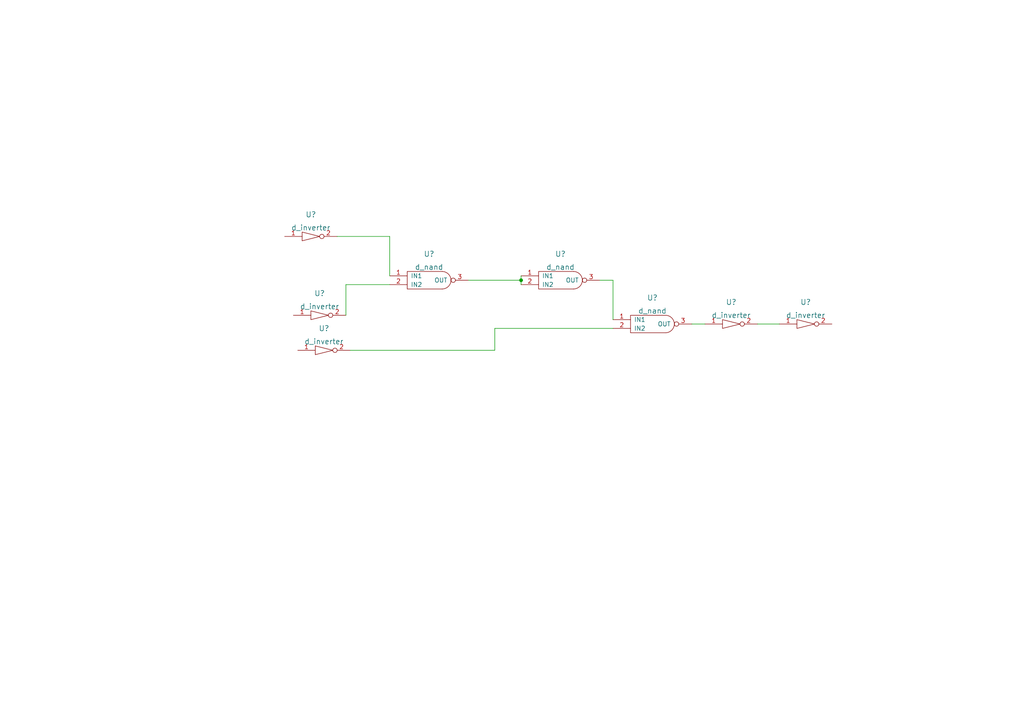
<source format=kicad_sch>
(kicad_sch (version 20211123) (generator eeschema)
  (paper "A4")
  (lib_symbols
    (symbol "eSim_Digital:d_inverter" (pin_names (offset 1.016))
      (property "Reference" "U" (at 0 -2.54 0))
      (property "Value" "d_inverter" (at 0 3.81 0))
      (symbol "d_inverter_0_1"
        (polyline (pts (xy -2.54 1.27) (xy -2.54 -1.27) (xy 2.54 0) (xy -2.54 1.27)))
      )
      (symbol "d_inverter_1_1"
        (pin input line (at -7.62 0 0) (length 5.08) (name "~") (number "1"))
        (pin output inverted (at 7.62 0 180) (length 5.08) (name "~") (number "2"))
      )
    )
    (symbol "eSim_Digital:d_nand" (pin_names (offset 1.016))
      (property "Reference" "U" (at 0 0 0))
      (property "Value" "d_nand" (at 1.27 2.54 0))
      (symbol "d_nand_0_1"
        (polyline (pts (xy 3.81 -1.27) (xy -6.35 -1.27) (xy -6.35 3.81) (xy 3.81 3.81)))
        (arc (start 3.81 -1.27) (mid 5.5897 -0.5171) (end 6.35 1.27))
        (arc (start 6.35 1.27) (mid 5.5971 3.0497) (end 3.81 3.81))
      )
      (symbol "d_nand_1_1"
        (pin input line (at -11.43 2.54 0) (length 5.08) (name "IN1") (number "1"))
        (pin input line (at -11.43 0 0) (length 5.08) (name "IN2") (number "2"))
        (pin output inverted (at 11.43 1.27 180) (length 5.08) (name "OUT") (number "3"))
      )
    )
  )
  (junction (at 151.13 81.28))
  (wire (pts (xy 143.51 95.25) (xy 177.8 95.25)))
  (wire (pts (xy 100.33 91.44) (xy 100.33 82.55)))
  (wire (pts (xy 151.13 81.28) (xy 151.13 82.55)))
  (wire (pts (xy 97.79 68.58) (xy 113.03 68.58)))
  (wire (pts (xy 113.03 68.58) (xy 113.03 80.01)))
  (wire (pts (xy 100.33 82.55) (xy 113.03 82.55)))
  (wire (pts (xy 135.89 81.28) (xy 151.13 81.28)))
  (wire (pts (xy 173.99 81.28) (xy 177.8 81.28)))
  (wire (pts (xy 219.71 93.98) (xy 226.06 93.98)))
  (wire (pts (xy 204.47 93.98) (xy 200.66 93.98)))
  (wire (pts (xy 143.51 101.6) (xy 143.51 95.25)))
  (wire (pts (xy 177.8 81.28) (xy 177.8 92.71)))
  (wire (pts (xy 151.13 80.01) (xy 151.13 81.28)))
  (wire (pts (xy 101.6 101.6) (xy 143.51 101.6)))
  (symbol (lib_id "eSim_Digital:d_inverter") (at 90.17 68.58 0) (unit 1)
    (property "Reference" "U?" (at 90.17 62.23 0) (effects (font (size 1.524 1.524))))
    (property "Value" "d_inverter" (at 90.17 66.04 0) (effects (font (size 1.524 1.524))))
  )
  (symbol (lib_id "eSim_Digital:d_nand") (at 162.56 82.55 0) (unit 1)
    (property "Reference" "U?" (at 162.56 73.66 0) (effects (font (size 1.524 1.524))))
    (property "Value" "d_nand" (at 162.56 77.47 0) (effects (font (size 1.524 1.524))))
  )
  (symbol (lib_id "eSim_Digital:d_inverter") (at 93.98 101.6 0) (unit 1)
    (property "Reference" "U?" (at 93.98 95.25 0) (effects (font (size 1.524 1.524))))
    (property "Value" "d_inverter" (at 93.98 99.06 0) (effects (font (size 1.524 1.524))))
  )
  (symbol (lib_id "eSim_Digital:d_nand") (at 189.23 95.25 0) (unit 1)
    (property "Reference" "U?" (at 189.23 86.36 0) (effects (font (size 1.524 1.524))))
    (property "Value" "d_nand" (at 189.23 90.17 0) (effects (font (size 1.524 1.524))))
  )
  (symbol (lib_id "eSim_Digital:d_nand") (at 124.46 82.55 0) (unit 1)
    (property "Reference" "U?" (at 124.46 73.66 0) (effects (font (size 1.524 1.524))))
    (property "Value" "d_nand" (at 124.46 77.47 0) (effects (font (size 1.524 1.524))))
  )
  (symbol (lib_id "eSim_Digital:d_inverter") (at 92.71 91.44 0) (unit 1)
    (property "Reference" "U?" (at 92.71 85.09 0) (effects (font (size 1.524 1.524))))
    (property "Value" "d_inverter" (at 92.71 88.9 0) (effects (font (size 1.524 1.524))))
  )
  (symbol (lib_id "eSim_Digital:d_inverter") (at 212.09 93.98 0) (unit 1)
    (property "Reference" "U?" (at 212.09 87.63 0) (effects (font (size 1.524 1.524))))
    (property "Value" "d_inverter" (at 212.09 91.44 0) (effects (font (size 1.524 1.524))))
  )
  (symbol (lib_id "eSim_Digital:d_inverter") (at 233.68 93.98 0) (unit 1)
    (property "Reference" "U?" (at 233.68 87.63 0) (effects (font (size 1.524 1.524))))
    (property "Value" "d_inverter" (at 233.68 91.44 0) (effects (font (size 1.524 1.524))))
  )
)
</source>
